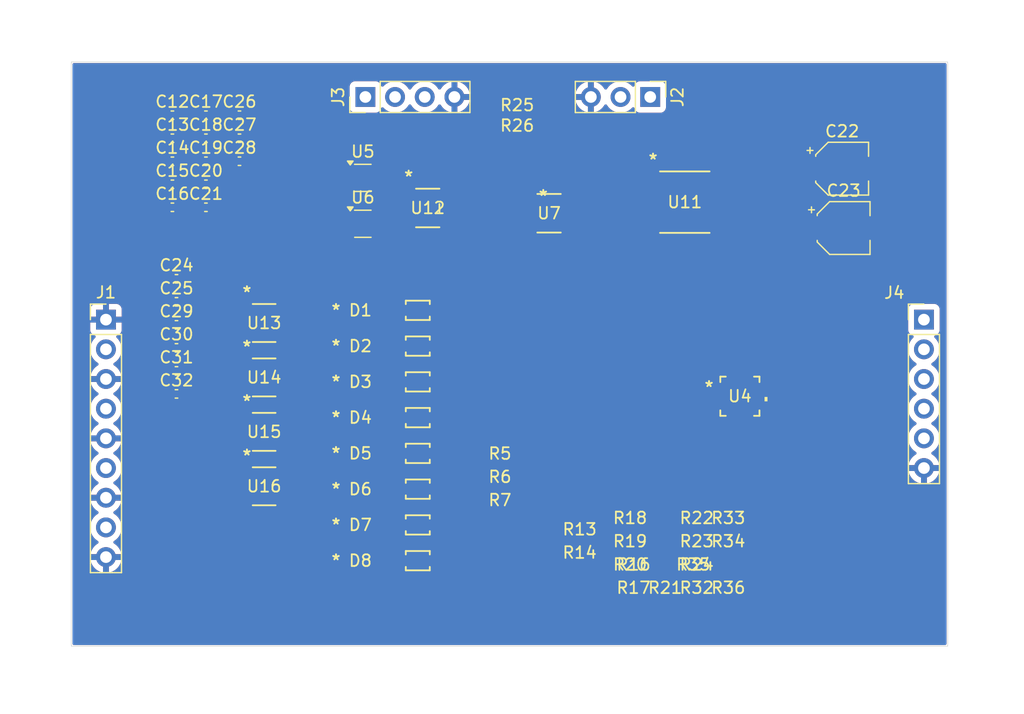
<source format=kicad_pcb>
(kicad_pcb (version 20241229) (generator "pcbnew") (generator_version "9.0")
  (layers (0 "F.Cu" signal) (4 "In1.Cu" signal) (6 "In2.Cu" signal) (2 "B.Cu" signal) (13 "F.Paste" user) (15 "B.Paste" user) (5 "F.SilkS" user "F.Silkscreen") (7 "B.SilkS" user "B.Silkscreen") (1 "F.Mask" user) (3 "B.Mask" user) (25 "Edge.Cuts" user))
  (net 0 "")
  (net 1 "ADC_A0")
  (net 2 "Net-(U13-+)")
  (net 3 "/adc/ADC_REFCAP")
  (net 4 "0")
  (net 5 "/adc/ADC_AINA0")
  (net 6 "/adc/ADC_REGCAP")
  (net 7 "/adc/ADC_REFIO")
  (net 8 "+3V3")
  (net 9 "/adc/ADC_AINA1")
  (net 10 "/adc/ADC_AINB0")
  (net 11 "/adc/ADC_AINB1")
  (net 12 "Net-(U11-CAP)")
  (net 13 "Net-(U11-CAP+)")
  (net 14 "-5V")
  (net 15 "-2V5")
  (net 16 "Net-(U14-+)")
  (net 17 "ADC_A1")
  (net 18 "ADC_B0")
  (net 19 "Net-(U15-+)")
  (net 20 "ADC_B1")
  (net 21 "Net-(U16-+)")
  (net 22 "+5V")
  (net 23 "Net-(U7-FB)")
  (net 24 "Net-(U7-NR)")
  (net 25 "VREF")
  (net 26 "VREF_DIV2")
  (net 27 "ADC_CS")
  (net 28 "ADC_SDOA")
  (net 29 "ADC_SDI")
  (net 30 "ADC_SDOB")
  (net 31 "ADC_SCLK")
  (net 32 "Net-(U4-SDOB{slash}*ALERT)")
  (net 33 "Net-(U4-SDOA)")
  (net 34 "Net-(U5-+)")
  (net 36 "Net-(D1-K)")
  (net 37 "Net-(D3-K)")
  (net 38 "Net-(D4-K)")
  (net 39 "Net-(D5-K)")
  (net 40 "/adc/Vref")
  (net 41 "Net-(J4-Pin_5)")
  (net 42 "Net-(J4-Pin_1)")
  (net 43 "Net-(J4-Pin_4)")
  (footprint "SMD_Passives:YAG_R0201_YAG" (layer "F.Cu") (at 161.2573 127.8932)
    (property "Reference" "R33" (at 0 0 0) (layer "F.SilkS"))
    (property "Value" "10k")
    (pad "1" smd rect (at -0.3175 0) (size 0.4064 0.3302) (layers "F.Cu" "F.Mask" "F.Paste") (net 19 "Net-(U15-+)"))
    (pad "2" smd rect (at 0.3175 0) (size 0.4064 0.3302) (layers "F.Cu" "F.Mask" "F.Paste") (net 15 "-2V5"))
    (zone (net 0) (net_name "") (layer "F.Cu") (connect_pads (clearance 0)) (min_thickness 0.254)
      (keepout (tracks not_allowed) (vias not_allowed) (pads allowed) (copperpour not_allowed) (footprints allowed))
      (fill (thermal_gap 0.508) (thermal_bridge_width 0.508))
      (polygon (pts (xy 161.1938 127.7789) (xy 161.3208 127.7789) (xy 161.3208 128.0075) (xy 161.1938 128.0075)))
    )
  )
  (footprint "OpAmp:RJ_6_ADI" (layer "F.Cu") (at 121.5362 125.1802)
    (property "Reference" "U16" (at 0 0 0) (layer "F.SilkS"))
    (property "Value" "ADA4807-1")
    (fp_text user "*" (at -1.4732 -2.601 0) (layer "F.SilkS"))
    (fp_text user "*" (at -1.4732 -2.601 0) (layer "F.SilkS"))
    (pad "1" smd rect (at -1.2192 -0.950001) (size 1.27 0.508) (layers "F.Cu" "F.Mask" "F.Paste") (net 39 "Net-(D5-K)"))
    (pad "2" smd rect (at -1.2192 0) (size 1.27 0.508) (layers "F.Cu" "F.Mask" "F.Paste") (net 15 "-2V5"))
    (pad "3" smd rect (at -1.2192 0.950001) (size 1.27 0.508) (layers "F.Cu" "F.Mask" "F.Paste") (net 21 "Net-(U16-+)"))
    (pad "4" smd rect (at 1.2192 0.950001) (size 1.27 0.508) (layers "F.Cu" "F.Mask" "F.Paste") (net 39 "Net-(D5-K)"))
    (pad "5" smd rect (at 1.2192 0) (size 1.27 0.508) (layers "F.Cu" "F.Mask" "F.Paste") (net 22 "+5V"))
    (pad "6" smd rect (at 1.2192 -0.950001) (size 1.27 0.508) (layers "F.Cu" "F.Mask" "F.Paste") (net 22 "+5V"))
  )
  (footprint "SMD_Passives:YAG_R0201_YAG_100" (layer "F.Cu") (at 144.7187 126.365)
    (property "Reference" "R7" (at -3 0 0) (layer "F.SilkS"))
    (property "Value" "100")
    (pad "1" smd rect (at -0.3175 0) (size 0.4064 0.3302) (layers "F.Cu" "F.Mask" "F.Paste") (net 29 "ADC_SDI"))
    (pad "2" smd rect (at 0.3175 0) (size 0.4064 0.3302) (layers "F.Cu" "F.Mask" "F.Paste") (net 42 "Net-(J4-Pin_1)"))
    (zone (net 0) (net_name "") (layer "F.Cu") (connect_pads (clearance 0)) (min_thickness 0.254)
      (keepout (tracks not_allowed) (vias not_allowed) (pads allowed) (copperpour not_allowed) (footprints allowed))
      (fill (thermal_gap 0.508) (thermal_bridge_width 0.508))
      (polygon (pts (xy 144.6552 126.2507) (xy 144.7822 126.2507) (xy 144.7822 126.4793) (xy 144.6552 126.4793)))
    )
  )
  (footprint "Capacitor_SMD:C_0402_1005Metric" (layer "F.Cu") (at 119.4262 93.425)
    (property "Reference" "C26" (at 0 -1.16 0) (layer "F.SilkS"))
    (property "Value" ".1u")
    (pad "1" smd roundrect (at -0.48 0) (size 0.56 0.62) (layers "F.Cu" "F.Mask" "F.Paste") (net 17 "ADC_A1"))
    (pad "2" smd roundrect (at 0.48 0) (size 0.56 0.62) (layers "F.Cu" "F.Mask" "F.Paste") (net 16 "Net-(U14-+)"))
  )
  (footprint "SMD_Passives:YAG_R0201_YAG_33" (layer "F.Cu") (at 161.2573 131.8744)
    (property "Reference" "R35" (at -3 0 0) (layer "F.SilkS"))
    (property "Value" "33")
    (pad "1" smd rect (at -0.3175 0) (size 0.4064 0.3302) (layers "F.Cu" "F.Mask" "F.Paste") (net 36 "Net-(D1-K)"))
    (pad "2" smd rect (at 0.3175 0) (size 0.4064 0.3302) (layers "F.Cu" "F.Mask" "F.Paste") (net 5 "/adc/ADC_AINA0"))
    (zone (net 0) (net_name "") (layer "F.Cu") (connect_pads (clearance 0)) (min_thickness 0.254)
      (keepout (tracks not_allowed) (vias not_allowed) (pads allowed) (copperpour not_allowed) (footprints allowed))
      (fill (thermal_gap 0.508) (thermal_bridge_width 0.508))
      (polygon (pts (xy 161.1938 131.7601) (xy 161.3208 131.7601) (xy 161.3208 131.9887) (xy 161.1938 131.9887)))
    )
  )
  (footprint "SMD_SCHOTTKY_DIODE:SOD323_DIO" (layer "F.Cu") (at 134.6862 125.4254)
    (property "Reference" "D6" (at -4.9134 0 0) (layer "F.SilkS"))
    (property "Value" "D_Schottky")
    (fp_text user "*" (at -7 0 0) (layer "F.SilkS"))
    (fp_text user "*" (at -7 0 0) (layer "F.SilkS"))
    (pad "1" smd rect (at -1.15 0) (size 1.1112 0.4008) (layers "F.Cu" "F.Mask" "F.Paste") (net 40 "/adc/Vref"))
    (pad "2" smd rect (at 1.15 0) (size 1.1112 0.4008) (layers "F.Cu" "F.Mask" "F.Paste") (net 37 "Net-(D3-K)"))
  )
  (footprint "SMD_Passives:YAG_R0201_YAG" (layer "F.Cu") (at 158.5555 133.865)
    (property "Reference" "R32" (at 0 0 0) (layer "F.SilkS"))
    (property "Value" "10k")
    (pad "1" smd rect (at -0.3175 0) (size 0.4064 0.3302) (layers "F.Cu" "F.Mask" "F.Paste") (net 21 "Net-(U16-+)"))
    (pad "2" smd rect (at 0.3175 0) (size 0.4064 0.3302) (layers "F.Cu" "F.Mask" "F.Paste") (net 15 "-2V5"))
    (zone (net 0) (net_name "") (layer "F.Cu") (connect_pads (clearance 0)) (min_thickness 0.254)
      (keepout (tracks not_allowed) (vias not_allowed) (pads allowed) (copperpour not_allowed) (footprints allowed))
      (fill (thermal_gap 0.508) (thermal_bridge_width 0.508))
      (polygon (pts (xy 158.492 133.7507) (xy 158.619 133.7507) (xy 158.619 133.9793) (xy 158.492 133.9793)))
    )
  )
  (footprint "Voltage_Regulator:DBV6" (layer "F.Cu") (at 145.9186 101.815001)
    (property "Reference" "U7" (at 0 0 0) (layer "F.SilkS"))
    (property "Value" "TPS79301DBVR")
    (fp_text user "*" (at -0.4953 -1.4478 0) (layer "F.SilkS"))
    (fp_text user "*" (at -0.4953 -1.4478 0) (layer "F.SilkS"))
    (pad "1" smd rect (at -1.1176 -0.950001) (size 1.4732 0.5588) (layers "F.Cu" "F.Mask" "F.Paste") (net 22 "+5V"))
    (pad "2" smd rect (at -1.1176 0) (size 1.4732 0.5588) (layers "F.Cu" "F.Mask" "F.Paste") (net 4 "0"))
    (pad "3" smd rect (at -1.1176 0.950001) (size 1.4732 0.5588) (layers "F.Cu" "F.Mask" "F.Paste") (net 22 "+5V"))
    (pad "4" smd rect (at 1.1176 0.950001) (size 1.4732 0.5588) (layers "F.Cu" "F.Mask" "F.Paste") (net 24 "Net-(U7-NR)"))
    (pad "5" smd rect (at 1.1176 0) (size 1.4732 0.5588) (layers "F.Cu" "F.Mask" "F.Paste") (net 23 "Net-(U7-FB)"))
    (pad "6" smd rect (at 1.1176 -0.950001) (size 1.4732 0.5588) (layers "F.Cu" "F.Mask" "F.Paste") (net 8 "+3V3"))
  )
  (footprint "SMD_Passives:YAG_R0201_YAG" (layer "F.Cu") (at 153.1519 131.8744)
    (property "Reference" "R16" (at 0 0 0) (layer "F.SilkS"))
    (property "Value" "10k")
    (pad "1" smd rect (at -0.3175 0) (size 0.4064 0.3302) (layers "F.Cu" "F.Mask" "F.Paste") (net 7 "/adc/ADC_REFIO"))
    (pad "2" smd rect (at 0.3175 0) (size 0.4064 0.3302) (layers "F.Cu" "F.Mask" "F.Paste") (net 4 "0"))
    (zone (net 0) (net_name "") (layer "F.Cu") (connect_pads (clearance 0)) (min_thickness 0.254)
      (keepout (tracks not_allowed) (vias not_allowed) (pads allowed) (copperpour not_allowed) (footprints allowed))
      (fill (thermal_gap 0.508) (thermal_bridge_width 0.508))
      (polygon (pts (xy 153.0884 131.7601) (xy 153.2154 131.7601) (xy 153.2154 131.9887) (xy 153.0884 131.9887)))
    )
  )
  (footprint "OpAmp:RJ_6_ADI" (layer "F.Cu") (at 121.5362 120.5226)
    (property "Reference" "U15" (at 0 0 0) (layer "F.SilkS"))
    (property "Value" "ADA4807-1")
    (fp_text user "*" (at -1.4732 -2.601 0) (layer "F.SilkS"))
    (fp_text user "*" (at -1.4732 -2.601 0) (layer "F.SilkS"))
    (pad "1" smd rect (at -1.2192 -0.950001) (size 1.27 0.508) (layers "F.Cu" "F.Mask" "F.Paste") (net 38 "Net-(D4-K)"))
    (pad "2" smd rect (at -1.2192 0) (size 1.27 0.508) (layers "F.Cu" "F.Mask" "F.Paste") (net 15 "-2V5"))
    (pad "3" smd rect (at -1.2192 0.950001) (size 1.27 0.508) (layers "F.Cu" "F.Mask" "F.Paste") (net 19 "Net-(U15-+)"))
    (pad "4" smd rect (at 1.2192 0.950001) (size 1.27 0.508) (layers "F.Cu" "F.Mask" "F.Paste") (net 38 "Net-(D4-K)"))
    (pad "5" smd rect (at 1.2192 0) (size 1.27 0.508) (layers "F.Cu" "F.Mask" "F.Paste") (net 22 "+5V"))
    (pad "6" smd rect (at 1.2192 -0.950001) (size 1.27 0.508) (layers "F.Cu" "F.Mask" "F.Paste") (net 22 "+5V"))
  )
  (footprint "Capacitor_SMD:C_0402_1005Metric" (layer "F.Cu") (at 116.5562 95.395)
    (property "Reference" "C18" (at 0 -1.16 0) (layer "F.SilkS"))
    (property "Value" "1u")
    (pad "1" smd roundrect (at -0.48 0) (size 0.56 0.62) (layers "F.Cu" "F.Mask" "F.Paste") (net 8 "+3V3"))
    (pad "2" smd roundrect (at 0.48 0) (size 0.56 0.62) (layers "F.Cu" "F.Mask" "F.Paste") (net 4 "0"))
  )
  (footprint "Capacitor_SMD:C_0402_1005Metric" (layer "F.Cu") (at 114.0362 111.365)
    (property "Reference" "C29" (at 0 -1.16 0) (layer "F.SilkS"))
    (property "Value" "1u")
    (pad "1" smd roundrect (at -0.48 0) (size 0.56 0.62) (layers "F.Cu" "F.Mask" "F.Paste") (net 22 "+5V"))
    (pad "2" smd roundrect (at 0.48 0) (size 0.56 0.62) (layers "F.Cu" "F.Mask" "F.Paste") (net 4 "0"))
  )
  (footprint "SMD_Passives:YAG_R0201_YAG" (layer "F.Cu") (at 161.2573 129.8838)
    (property "Reference" "R34" (at 0 0 0) (layer "F.SilkS"))
    (property "Value" "10k")
    (pad "1" smd rect (at -0.3175 0) (size 0.4064 0.3302) (layers "F.Cu" "F.Mask" "F.Paste") (net 16 "Net-(U14-+)"))
    (pad "2" smd rect (at 0.3175 0) (size 0.4064 0.3302) (layers "F.Cu" "F.Mask" "F.Paste") (net 15 "-2V5"))
    (zone (net 0) (net_name "") (layer "F.Cu") (connect_pads (clearance 0)) (min_thickness 0.254)
      (keepout (tracks not_allowed) (vias not_allowed) (pads allowed) (copperpour not_allowed) (footprints allowed))
      (fill (thermal_gap 0.508) (thermal_bridge_width 0.508))
      (polygon (pts (xy 161.1938 129.7695) (xy 161.3208 129.7695) (xy 161.3208 129.9981) (xy 161.1938 129.9981)))
    )
  )
  (footprint "SMD_SCHOTTKY_DIODE:SOD323_DIO" (layer "F.Cu") (at 134.6862 116.2442)
    (property "Reference" "D3" (at -4.9134 0 0) (layer "F.SilkS"))
    (property "Value" "D_Schottky")
    (fp_text user "*" (at -7 0 0) (layer "F.SilkS"))
    (fp_text user "*" (at -7 0 0) (layer "F.SilkS"))
    (pad "1" smd rect (at -1.15 0) (size 1.1112 0.4008) (layers "F.Cu" "F.Mask" "F.Paste") (net 37 "Net-(D3-K)"))
    (pad "2" smd rect (at 1.15 0) (size 1.1112 0.4008) (layers "F.Cu" "F.Mask" "F.Paste") (net 4 "0"))
  )
  (footprint "Capacitor_SMD:C_0402_1005Metric" (layer "F.Cu") (at 114.0362 115.305)
    (property "Reference" "C31" (at 0 -1.16 0) (layer "F.SilkS"))
    (property "Value" ".01u")
    (pad "1" smd roundrect (at -0.48 0) (size 0.56 0.62) (layers "F.Cu" "F.Mask" "F.Paste") (net 24 "Net-(U7-NR)"))
    (pad "2" smd roundrect (at 0.48 0) (size 0.56 0.62) (layers "F.Cu" "F.Mask" "F.Paste") (net 4 "0"))
  )
  (footprint "LDO_Regulator:UJ-5_ADI" (layer "F.Cu") (at 135.5362 101.365)
    (property "Reference" "U12" (at 0 0 0) (layer "F.SilkS"))
    (property "Value" "ADP7182AUJZ-1.8-R7")
    (fp_text user "*" (at -1.63195 -2.6518 0) (layer "F.SilkS"))
    (fp_text user "*" (at -1.63195 -2.6518 0) (layer "F.SilkS"))
    (pad "1" smd rect (at -1.37795 -0.950001) (size 1.0033 0.5588) (layers "F.Cu" "F.Mask" "F.Paste") (net 4 "0"))
    (pad "2" smd rect (at -1.37795 0) (size 1.0033 0.5588) (layers "F.Cu" "F.Mask" "F.Paste") (net 14 "-5V"))
    (pad "3" smd rect (at -1.37795 0.950001) (size 1.0033 0.5588) (layers "F.Cu" "F.Mask" "F.Paste") (net 14 "-5V"))
    (pad "4" smd rect (at 1.37795 0.950001) (size 1.0033 0.5588) (layers "F.Cu" "F.Mask" "F.Paste"))
    (pad "5" smd rect (at 1.37795 -0.950001) (size 1.0033 0.5588) (layers "F.Cu" "F.Mask" "F.Paste") (net 15 "-2V5"))
  )
  (footprint "Capacitor_SMD:C_0402_1005Metric" (layer "F.Cu") (at 119.4262 95.395)
    (property "Reference" "C27" (at 0 -1.16 0) (layer "F.SilkS"))
    (property "Value" ".1u")
    (pad "1" smd roundrect (at -0.48 0) (size 0.56 0.62) (layers "F.Cu" "F.Mask" "F.Paste") (net 18 "ADC_B0"))
    (pad "2" smd roundrect (at 0.48 0) (size 0.56 0.62) (layers "F.Cu" "F.Mask" "F.Paste") (net 19 "Net-(U15-+)"))
  )
  (footprint "SMD_SCHOTTKY_DIODE:SOD323_DIO" (layer "F.Cu") (at 134.6862 131.5462)
    (property "Reference" "D8" (at -4.9134 0 0) (layer "F.SilkS"))
    (property "Value" "D_Schottky")
    (fp_text user "*" (at -7 0 0) (layer "F.SilkS"))
    (fp_text user "*" (at -7 0 0) (layer "F.SilkS"))
    (pad "1" smd rect (at -1.15 0) (size 1.1112 0.4008) (layers "F.Cu" "F.Mask" "F.Paste") (net 40 "/adc/Vref"))
    (pad "2" smd rect (at 1.15 0) (size 1.1112 0.4008) (layers "F.Cu" "F.Mask" "F.Paste") (net 39 "Net-(D5-K)"))
  )
  (footprint "SMD_Passives:YAG_R0201_YAG" (layer "F.Cu") (at 155.8537 133.865)
    (property "Reference" "R21" (at 0 0 0) (layer "F.SilkS"))
    (property "Value" "10k")
    (pad "1" smd rect (at -0.3175 0) (size 0.4064 0.3302) (layers "F.Cu" "F.Mask" "F.Paste") (net 2 "Net-(U13-+)"))
    (pad "2" smd rect (at 0.3175 0) (size 0.4064 0.3302) (layers "F.Cu" "F.Mask" "F.Paste") (net 15 "-2V5"))
    (zone (net 0) (net_name "") (layer "F.Cu") (connect_pads (clearance 0)) (min_thickness 0.254)
      (keepout (tracks not_allowed) (vias not_allowed) (pads allowed) (copperpour not_allowed) (footprints allowed))
      (fill (thermal_gap 0.508) (thermal_bridge_width 0.508))
      (polygon (pts (xy 155.7902 133.7507) (xy 155.9172 133.7507) (xy 155.9172 133.9793) (xy 155.7902 133.9793)))
    )
  )
  (footprint "Voltage_Converter:R_8_ADI" (layer "F.Cu") (at 157.5362 100.865)
    (property "Reference" "U11" (at 0 0 0) (layer "F.SilkS"))
    (property "Value" "ADM8660ARZ-REEL")
    (fp_text user "*" (at -2.7178 -3.6068 0) (layer "F.SilkS"))
    (fp_text user "*" (at -2.7178 -3.6068 0) (layer "F.SilkS"))
    (pad "1" smd rect (at -2.4638 -1.905) (size 1.9812 0.5588) (layers "F.Cu" "F.Mask" "F.Paste") (net 4 "0"))
    (pad "2" smd rect (at -2.4638 -0.635) (size 1.9812 0.5588) (layers "F.Cu" "F.Mask" "F.Paste") (net 13 "Net-(U11-CAP+)"))
    (pad "3" smd rect (at -2.4638 0.635) (size 1.9812 0.5588) (layers "F.Cu" "F.Mask" "F.Paste") (net 4 "0"))
    (pad "4" smd rect (at -2.4638 1.905) (size 1.9812 0.5588) (layers "F.Cu" "F.Mask" "F.Paste") (net 12 "Net-(U11-CAP)"))
    (pad "5" smd rect (at 2.4638 1.905) (size 1.9812 0.5588) (layers "F.Cu" "F.Mask" "F.Paste") (net 14 "-5V"))
    (pad "6" smd rect (at 2.4638 0.635) (size 1.9812 0.5588) (layers "F.Cu" "F.Mask" "F.Paste") (net 4 "0"))
    (pad "7" smd rect (at 2.4638 -0.635) (size 1.9812 0.5588) (layers "F.Cu" "F.Mask" "F.Paste") (net 4 "0"))
    (pad "8" smd rect (at 2.4638 -1.905) (size 1.9812 0.5588) (layers "F.Cu" "F.Mask" "F.Paste") (net 22 "+5V"))
  )
  (footprint "SMD_Passives:YAG_R0201_YAG_100" (layer "F.Cu") (at 144.7187 122.3838)
    (property "Reference" "R5" (at -3 0 0) (layer "F.SilkS"))
    (property "Value" "100")
    (pad "1" smd rect (at -0.3175 0) (size 0.4064 0.3302) (layers "F.Cu" "F.Mask" "F.Paste") (net 27 "ADC_CS"))
    (pad "2" smd rect (at 0.3175 0) (size 0.4064 0.3302) (layers "F.Cu" "F.Mask" "F.Paste") (net 41 "Net-(J4-Pin_5)"))
    (zone (net 0) (net_name "") (layer "F.Cu") (connect_pads (clearance 0)) (min_thickness 0.254)
      (keepout (tracks not_allowed) (vias not_allowed) (pads allowed) (copperpour not_allowed) (footprints allowed))
      (fill (thermal_gap 0.508) (thermal_bridge_width 0.508))
      (polygon (pts (xy 144.6552 122.2695) (xy 144.7822 122.2695) (xy 144.7822 122.4981) (xy 144.6552 122.4981)))
    )
  )
  (footprint "SMD_SCHOTTKY_DIODE:SOD323_DIO" (layer "F.Cu") (at 134.6862 110.1234)
    (property "Reference" "D1" (at -4.9134 0 0) (layer "F.SilkS"))
    (property "Value" "D_Schottky")
    (fp_text user "*" (at -7 0 0) (layer "F.SilkS"))
    (fp_text user "*" (at -7 0 0) (layer "F.SilkS"))
    (pad "1" smd rect (at -1.15 0) (size 1.1112 0.4008) (layers "F.Cu" "F.Mask" "F.Paste") (net 36 "Net-(D1-K)"))
    (pad "2" smd rect (at 1.15 0) (size 1.1112 0.4008) (layers "F.Cu" "F.Mask" "F.Paste") (net 4 "0"))
  )
  (footprint "Capacitor_SMD:C_0402_1005Metric" (layer "F.Cu") (at 113.6862 95.395)
    (property "Reference" "C13" (at 0 -1.16 0) (layer "F.SilkS"))
    (property "Value" "0.1u")
    (pad "1" smd roundrect (at -0.48 0) (size 0.56 0.62) (layers "F.Cu" "F.Mask" "F.Paste") (net 3 "/adc/ADC_REFCAP"))
    (pad "2" smd roundrect (at 0.48 0) (size 0.56 0.62) (layers "F.Cu" "F.Mask" "F.Paste") (net 4 "0"))
  )
  (footprint "SMD_Passives:YAG_R0201_YAG_33" (layer "F.Cu") (at 155.8537 127.8932)
    (property "Reference" "R18" (at -3 0 0) (layer "F.SilkS"))
    (property "Value" "33")
    (pad "1" smd rect (at -0.3175 0) (size 0.4064 0.3302) (layers "F.Cu" "F.Mask" "F.Paste") (net 37 "Net-(D3-K)"))
    (pad "2" smd rect (at 0.3175 0) (size 0.4064 0.3302) (layers "F.Cu" "F.Mask" "F.Paste") (net 9 "/adc/ADC_AINA1"))
    (zone (net 0) (net_name "") (layer "F.Cu") (connect_pads (clearance 0)) (min_thickness 0.254)
      (keepout (tracks not_allowed) (vias not_allowed) (pads allowed) (copperpour not_allowed) (footprints allowed))
      (fill (thermal_gap 0.508) (thermal_bridge_width 0.508))
      (polygon (pts (xy 155.7902 127.7789) (xy 155.9172 127.7789) (xy 155.9172 128.0075) (xy 155.7902 128.0075)))
    )
  )
  (footprint "Package_TO_SOT_SMD:SOT-353_SC-70-5" (layer "F.Cu") (at 129.9862 98.79)
    (property "Reference" "U5" (at 0 -2.25 0) (layer "F.SilkS"))
    (property "Value" "TLV9001IDCK")
    (pad "1" smd roundrect (at -0.95 -0.65) (size 0.65 0.4) (layers "F.Cu" "F.Mask" "F.Paste") (net 34 "Net-(U5-+)"))
    (pad "2" smd roundrect (at -0.95 0) (size 0.65 0.4) (layers "F.Cu" "F.Mask" "F.Paste") (net 4 "0"))
    (pad "3" smd roundrect (at -0.95 0.65) (size 0.65 0.4) (layers "F.Cu" "F.Mask" "F.Paste") (net 26 "VREF_DIV2"))
    (pad "4" smd roundrect (at 0.95 0.65) (size 0.65 0.4) (layers "F.Cu" "F.Mask" "F.Paste") (net 26 "VREF_DIV2"))
    (pad "5" smd roundrect (at 0.95 -0.65) (size 0.65 0.4) (layers "F.Cu" "F.Mask" "F.Paste") (net 22 "+5V"))
  )
  (footprint "adc:CP-16-45_ADI" (layer "F.Cu") (at 162.249999 117.4732)
    (property "Reference" "U4" (at 0 0 0) (layer "F.SilkS"))
    (property "Value" "AD7387BCPZ-RL7")
    (fp_text user "*" (at -2.6416 -0.75 0) (layer "F.SilkS"))
    (fp_text user "*" (at -2.6416 -0.75 0) (layer "F.SilkS"))
    (pad "1" smd rect (at -1.4732 -0.750001 90) (size 0.254 0.762) (layers "F.Cu" "F.Mask" "F.Paste") (net 4 "0"))
    (pad "2" smd rect (at -1.4732 -0.25 90) (size 0.254 0.762) (layers "F.Cu" "F.Mask" "F.Paste") (net 8 "+3V3"))
    (pad "3" smd rect (at -1.4732 0.25 90) (size 0.254 0.762) (layers "F.Cu" "F.Mask" "F.Paste") (net 6 "/adc/ADC_REGCAP"))
    (pad "4" smd rect (at -1.4732 0.750001 90) (size 0.254 0.762) (layers "F.Cu" "F.Mask" "F.Paste") (net 8 "+3V3"))
    (pad "5" smd rect (at -0.750001 1.4732) (size 0.254 0.762) (layers "F.Cu" "F.Mask" "F.Paste") (net 11 "/adc/ADC_AINB1"))
    (pad "6" smd rect (at -0.25 1.4732) (size 0.254 0.762) (layers "F.Cu" "F.Mask" "F.Paste") (net 10 "/adc/ADC_AINB0"))
    (pad "7" smd rect (at 0.25 1.4732) (size 0.254 0.762) (layers "F.Cu" "F.Mask" "F.Paste") (net 9 "/adc/ADC_AINA1"))
    (pad "8" smd rect (at 0.750001 1.4732) (size 0.254 0.762) (layers "F.Cu" "F.Mask" "F.Paste") (net 5 "/adc/ADC_AINA0"))
    (pad "9" smd rect (at 1.4732 0.750001 90) (size 0.254 0.762) (layers "F.Cu" "F.Mask" "F.Paste") (net 3 "/adc/ADC_REFCAP"))
    (pad "10" smd rect (at 1.4732 0.25 90) (size 0.254 0.762) (layers "F.Cu" "F.Mask" "F.Paste") (net 4 "0"))
    (pad "11" smd rect (at 1.4732 -0.25 90) (size 0.254 0.762) (layers "F.Cu" "F.Mask" "F.Paste") (net 7 "/adc/ADC_REFIO"))
    (pad "12" smd rect (at 1.4732 -0.750001 90) (size 0.254 0.762) (layers "F.Cu" "F.Mask" "F.Paste") (net 27 "ADC_CS"))
    (pad "13" smd rect (at 0.750001 -1.4732) (size 0.254 0.762) (layers "F.Cu" "F.Mask" "F.Paste") (net 33 "Net-(U4-SDOA)"))
    (pad "14" smd rect (at 0.25 -1.4732) (size 0.254 0.762) (layers "F.Cu" "F.Mask" "F.Paste") (net 32 "Net-(U4-SDOB{slash}*ALERT)"))
    (pad "15" smd rect (at -0.25 -1.4732) (size 0.254 0.762) (layers "F.Cu" "F.Mask" "F.Paste") (net 29 "ADC_SDI"))
    (pad "16" smd rect (at -0.750001 -1.4732) (size 0.254 0.762) (layers "F.Cu" "F.Mask" "F.Paste") (net 31 "ADC_SCLK"))
    (pad "17" smd rect (at 0 0) (size 1.1938 1.1938) (layers "F.Cu" "F.Mask" "F.Paste") (net 4 "0"))
  )
  (footprint "Capacitor_SMD:C_0402_1005Metric" (layer "F.Cu") (at 114.0362 107.425)
    (property "Reference" "C24" (at 0 -1.16 0) (layer "F.SilkS"))
    (property "Value" "2.2u")
    (pad "1" smd roundrect (at -0.48 0) (size 0.56 0.62) (layers "F.Cu" "F.Mask" "F.Paste") (net 14 "-5V"))
    (pad "2" smd roundrect (at 0.48 0) (size 0.56 0.62) (layers "F.Cu" "F.Mask" "F.Paste") (net 4 "0"))
  )
  (footprint "Capacitor_SMD:C_0402_1005Metric" (layer "F.Cu") (at 116.5562 93.425)
    (property "Reference" "C17" (at 0 -1.16 0) (layer "F.SilkS"))
    (property "Value" "1u")
    (pad "1" smd roundrect (at -0.48 0) (size 0.56 0.62) (layers "F.Cu" "F.Mask" "F.Paste") (net 8 "+3V3"))
    (pad "2" smd roundrect (at 0.48 0) (size 0.56 0.62) (layers "F.Cu" "F.Mask" "F.Paste") (net 4 "0"))
  )
  (footprint "Capacitor_SMD:CP_Elec_4x5.8" (layer "F.Cu") (at 171.127 103.08)
    (property "Reference" "C23" (at 0 -3.2 0) (layer "F.SilkS"))
    (property "Value" "10u")
    (pad "1" smd roundrect (at -1.8 0) (size 2.6 1.6) (layers "F.Cu" "F.Mask" "F.Paste") (roundrect_rratio 0.15625) (net 4 "0"))
    (pad "2" smd roundrect (at 1.8 0) (size 2.6 1.6) (layers "F.Cu" "F.Mask" "F.Paste") (roundrect_rratio 0.15625) (net 14 "-5V"))
  )
  (footprint "Resistor_SMD:R_0201_0603Metric" (layer "F.Cu") (at 143.1912 93.615)
    (property "Reference" "R25" (at 0 -1.05 0) (layer "F.SilkS"))
    (property "Value" "51k")
    (pad "1" smd roundrect (at -0.32 0) (size 0.46 0.4) (layers "F.Cu" "F.Mask") (net 8 "+3V3"))
    (pad "2" smd roundrect (at 0.32 0) (size 0.46 0.4) (layers "F.Cu" "F.Mask") (net 23 "Net-(U7-FB)"))
  )
  (footprint "SMD_Passives:YAG_R0201_YAG_100" (layer "F.Cu") (at 144.7187 124.3744)
    (property "Reference" "R6" (at -3 0 0) (layer "F.SilkS"))
    (property "Value" "100")
    (pad "1" smd rect (at -0.3175 0) (size 0.4064 0.3302) (layers "F.Cu" "F.Mask" "F.Paste") (net 31 "ADC_SCLK"))
    (pad "2" smd rect (at 0.3175 0) (size 0.4064 0.3302) (layers "F.Cu" "F.Mask" "F.Paste") (net 43 "Net-(J4-Pin_4)"))
    (zone (net 0) (net_name "") (layer "F.Cu") (connect_pads (clearance 0)) (min_thickness 0.254)
      (keepout (tracks not_allowed) (vias not_allowed) (pads allowed) (copperpour not_allowed) (footprints allowed))
      (fill (thermal_gap 0.508) (thermal_bridge_width 0.508))
      (polygon (pts (xy 144.6552 124.2601) (xy 144.7822 124.2601) (xy 144.7822 124.4887) (xy 144.6552 124.4887)))
    )
  )
  (footprint "Capacitor_SMD:C_0402_1005Metric" (layer "F.Cu") (at 113.6862 93.425)
    (property "Reference" "C12" (at 0 -1.16 0) (layer "F.SilkS"))
    (property "Value" ".1u")
    (pad "1" smd roundrect (at -0.48 0) (size 0.56 0.62) (layers "F.Cu" "F.Mask" "F.Paste") (net 1 "ADC_A0"))
    (pad "2" smd roundrect (at 0.48 0) (size 0.56 0.62) (layers "F.Cu" "F.Mask" "F.Paste") (net 2 "Net-(U13-+)"))
  )
  (footprint "Capacitor_SMD:C_0402_1005Metric" (layer "F.Cu") (at 114.0362 117.275)
    (property "Reference" "C32" (at 0 -1.16 0) (layer "F.SilkS"))
    (property "Value" "2.2u")
    (pad "1" smd roundrect (at -0.48 0) (size 0.56 0.62) (layers "F.Cu" "F.Mask" "F.Paste") (net 8 "+3V3"))
    (pad "2" smd roundrect (at 0.48 0) (size 0.56 0.62) (layers "F.Cu" "F.Mask" "F.Paste") (net 4 "0"))
  )
  (footprint "Capacitor_SMD:C_0402_1005Metric" (layer "F.Cu") (at 114.0362 113.335)
    (property "Reference" "C30" (at 0 -1.16 0) (layer "F.SilkS"))
    (property "Value" "15p")
    (pad "1" smd roundrect (at -0.48 0) (size 0.56 0.62) (layers "F.Cu" "F.Mask" "F.Paste") (net 8 "+3V3"))
    (pad "2" smd roundrect (at 0.48 0) (size 0.56 0.62) (layers "F.Cu" "F.Mask" "F.Paste") (net 23 "Net-(U7-FB)"))
  )
  (footprint "SMD_SCHOTTKY_DIODE:SOD323_DIO" (layer "F.Cu") (at 134.6862 128.4858)
    (property "Reference" "D7" (at -4.9134 0 0) (layer "F.SilkS"))
    (property "Value" "D_Schottky")
    (fp_text user "*" (at -7 0 0) (layer "F.SilkS"))
    (fp_text user "*" (at -7 0 0) (layer "F.SilkS"))
    (pad "1" smd rect (at -1.15 0) (size 1.1112 0.4008) (layers "F.Cu" "F.Mask" "F.Paste") (net 40 "/adc/Vref"))
    (pad "2" smd rect (at 1.15 0) (size 1.1112 0.4008) (layers "F.Cu" "F.Mask" "F.Paste") (net 38 "Net-(D4-K)"))
  )
  (footprint "Capacitor_SMD:CP_Elec_4x5.8" (layer "F.Cu") (at 171 98)
    (property "Reference" "C22" (at 0 -3.2 0) (layer "F.SilkS"))
    (property "Value" "10u")
    (pad "1" smd roundrect (at -1.8 0) (size 2.6 1.6) (layers "F.Cu" "F.Mask" "F.Paste") (roundrect_rratio 0.15625) (net 13 "Net-(U11-CAP+)"))
    (pad "2" smd roundrect (at 1.8 0) (size 2.6 1.6) (layers "F.Cu" "F.Mask" "F.Paste") (roundrect_rratio 0.15625) (net 12 "Net-(U11-CAP)"))
  )
  (footprint "SMD_Passives:YAG_R0201_YAG_33" (layer "F.Cu") (at 155.8537 131.8744)
    (property "Reference" "R20" (at -3 0 0) (layer "F.SilkS"))
    (property "Value" "33")
    (pad "1" smd rect (at -0.3175 0) (size 0.4064 0.3302) (layers "F.Cu" "F.Mask" "F.Paste") (net 39 "Net-(D5-K)"))
    (pad "2" smd rect (at 0.3175 0) (size 0.4064 0.3302) (layers "F.Cu" "F.Mask" "F.Paste") (net 11 "/adc/ADC_AINB1"))
    (zone (net 0) (net_name "") (layer "F.Cu") (connect_pads (clearance 0)) (min_thickness 0.254)
      (keepout (tracks not_allowed) (vias not_allowed) (pads allowed) (copperpour not_allowed) (footprints allowed))
      (fill (thermal_gap 0.508) (thermal_bridge_width 0.508))
      (polygon (pts (xy 155.7902 131.7601) (xy 155.9172 131.7601) (xy 155.9172 131.9887) (xy 155.7902 131.9887)))
    )
  )
  (footprint "SMD_Passives:YAG_R0201_YAG_100" (layer "F.Cu") (at 153.1519 129.8838)
    (property "Reference" "R14" (at -4.6157 0.9718 0) (layer "F.SilkS"))
    (property "Value" "100")
    (pad "1" smd rect (at -0.3175 0) (size 0.4064 0.3302) (layers "F.Cu" "F.Mask" "F.Paste") (net 33 "Net-(U4-SDOA)"))
    (pad "2" smd rect (at 0.3175 0) (size 0.4064 0.3302) (layers "F.Cu" "F.Mask" "F.Paste") (net 28 "ADC_SDOA"))
    (zone (net 0) (net_name "") (layer "F.Cu") (connect_pads (clearance 0)) (min_thickness 0.254)
      (keepout (tracks not_allowed) (vias not_allowed) (pads allowed) (copperpour not_allowed) (footprints allowed))
      (fill (thermal_gap 0.508) (thermal_bridge_width 0.508))
      (polygon (pts (xy 153.0884 129.7695) (xy 153.2154 129.7695) (xy 153.2154 129.9981) (xy 153.0884 129.9981)))
    )
  )
  (footprint "SMD_SCHOTTKY_DIODE:SOD323_DIO" (layer "F.Cu") (at 134.6862 119.3046)
    (property "Reference" "D4" (at -4.9134 0 0) (layer "F.SilkS"))
    (property "Value" "D_Schottky")
    (fp_text user "*" (at -7 0 0) (layer "F.SilkS"))
    (fp_text user "*" (at -7 0 0) (layer "F.SilkS"))
    (pad "1" smd rect (at -1.15 0) (size 1.1112 0.4008) (layers "F.Cu" "F.Mask" "F.Paste") (net 38 "Net-(D4-K)"))
    (pad "2" smd rect (at 1.15 0) (size 1.1112 0.4008) (layers "F.Cu" "F.Mask" "F.Paste") (net 4 "0"))
  )
  (footprint "Capacitor_SMD:C_0402_1005Metric" (layer "F.Cu") (at 113.6862 99.335)
    (property "Reference" "C15" (at 0 -1.16 0) (layer "F.SilkS"))
    (property "Value" "1u")
    (pad "1" smd roundrect (at -0.48 0) (size 0.56 0.62) (layers "F.Cu" "F.Mask" "F.Paste") (net 6 "/adc/ADC_REGCAP"))
    (pad "2" smd roundrect (at 0.48 0) (size 0.56 0.62) (layers "F.Cu" "F.Mask" "F.Paste") (net 4 "0"))
  )
  (footprint "Capacitor_SMD:C_0402_1005Metric" (layer "F.Cu") (at 114.0362 109.395)
    (property "Reference" "C25" (at 0 -1.16 0) (layer "F.SilkS"))
    (property "Value" "2.2u")
    (pad "1" smd roundrect (at -0.48 0) (size 0.56 0.62) (layers "F.Cu" "F.Mask" "F.Paste") (net 15 "-2V5"))
    (pad "2" smd roundrect (at 0.48 0) (size 0.56 0.62) (layers "F.Cu" "F.Mask" "F.Paste") (net 4 "0"))
  )
  (footprint "SMD_Passives:YAG_R0201_YAG" (layer "F.Cu") (at 158.5555 131.8744)
    (property "Reference" "R24" (at 0 0 0) (layer "F.SilkS"))
    (property "Value" "10k")
    (pad "1" smd rect (at -0.3175 0) (size 0.4064 0.3302) (layers "F.Cu" "F.Mask" "F.Paste") (net 22 "+5V"))
    (pad "2" smd rect (at 0.3175 0) (size 0.4064 0.3302) (layers "F.Cu" "F.Mask" "F.Paste") (net 21 "Net-(U16-+)"))
    (zone (net 0) (net_name "") (layer "F.Cu") (connect_pads (clearance 0)) (min_thickness 0.254)
      (keepout (tracks not_allowed) (vias not_allowed) (pads allowed) (copperpour not_allowed) (footprints allowed))
      (fill (thermal_gap 0.508) (thermal_bridge_width 0.508))
      (polygon (pts (xy 158.492 131.7601) (xy 158.619 131.7601) (xy 158.619 131.9887) (xy 158.492 131.9887)))
    )
  )
  (footprint "SMD_SCHOTTKY_DIODE:SOD323_DIO" (layer "F.Cu") (at 134.6862 113.1838)
    (property "Reference" "D2" (at -4.9134 0 0) (layer "F.SilkS"))
    (property "Value" "D_Schottky")
    (fp_text user "*" (at -7 0 0) (layer "F.SilkS"))
    (fp_text user "*" (at -7 0 0) (layer "F.SilkS"))
    (pad "1" smd rect (at -1.15 0) (size 1.1112 0.4008) (layers "F.Cu" "F.Mask" "F.Paste") (net 40 "/adc/Vref"))
    (pad "2" smd rect (at 1.15 0) (size 1.1112 0.4008) (layers "F.Cu" "F.Mask" "F.Paste") (net 36 "Net-(D1-K)"))
  )
  (footprint "Package_TO_SOT_SMD:SOT-353_SC-70-5" (layer "F.Cu") (at 129.9862 102.715)
    (property "Reference" "U6" (at 0 -2.25 0) (layer "F.SilkS"))
    (property "Value" "TLV9001IDCK")
    (pad "1" smd roundrect (at -0.95 -0.65) (size 0.65 0.4) (layers "F.Cu" "F.Mask" "F.Paste") (net 7 "/adc/ADC_REFIO"))
    (pad "2" smd roundrect (at -0.95 0) (size 0.65 0.4) (layers "F.Cu" "F.Mask" "F.Paste") (net 4 "0"))
    (pad "3" smd roundrect (at -0.95 0.65) (size 0.65 0.4) (layers "F.Cu" "F.Mask" "F.Paste") (net 25 "VREF"))
    (pad "4" smd roundrect (at 0.95 0.65) (size 0.65 0.4) (layers "F.Cu" "F.Mask" "F.Paste") (net 25 "VREF"))
    (pad "5" smd roundrect (at 0.95 -0.65) (size 0.65 0.4) (layers "F.Cu" "F.Mask" "F.Paste") (net 22 "+5V"))
  )
  (footprint "Connector_PinHeader_2.54mm:PinHeader_1x04_P2.54mm_Vertical" (layer "F.Cu") (at 130.2 91.865 90)
    (property "Reference" "J3" (at 0 -2.33 90) (layer "F.SilkS"))
    (property "Value" "Conn_01x04")
    (pad "1" thru_hole rect (at 0 0 90) (size 1.7 1.7) (drill 1) (layers "*.Cu" "*.Mask") (net 25 "VREF"))
    (pad "2" thru_hole oval (at 0 2.54 90) (size 1.7 1.7) (drill 1) (layers "*.Cu" "*.Mask") (net 26 "VREF_DIV2"))
    (pad "3" thru_hole oval (at 0 5.08 90) (size 1.7 1.7) (drill 1) (layers "*.Cu" "*.Mask") (net 15 "-2V5"))
    (pad "4" thru_hole oval (at 0 7.62 90) (size 1.7 1.7) (drill 1) (layers "*.Cu" "*.Mask") (net 4 "0"))
  )
  (footprint "OpAmp:RJ_6_ADI" (layer "F.Cu") (at 121.5362 111.2074)
    (property "Reference" "U13" (at 0 0 0) (layer "F.SilkS"))
    (property "Value" "ADA4807-1")
    (fp_text user "*" (at -1.4732 -2.601 0) (layer "F.SilkS"))
    (fp_text user "*" (at -1.4732 -2.601 0) (layer "F.SilkS"))
    (pad "1" smd rect (at -1.2192 -0.950001) (size 1.27 0.508) (layers "F.Cu" "F.Mask" "F.Paste") (net 36 "Net-(D1-K)"))
    (pad "2" smd rect (at -1.2192 0) (size 1.27 0.508) (layers "F.Cu" "F.Mask" "F.Paste") (net 15 "-2V5"))
    (pad "3" smd rect (at -1.2192 0.950001) (size 1.27 0.508) (layers "F.Cu" "F.Mask" "F.Paste") (net 2 "Net-(U13-+)"))
    (pad "4" smd rect (at 1.2192 0.950001) (size 1.27 0.508) (layers "F.Cu" "F.Mask" "F.Paste") (net 36 "Net-(D1-K)"))
    (pad "5" smd rect (at 1.2192 0) (size 1.27 0.508) (layers "F.Cu" "F.Mask" "F.Paste") (net 22 "+5V"))
    (pad "6" smd rect (at 1.2192 -0.950001) (size 1.27 0.508) (layers "F.Cu" "F.Mask" "F.Paste") (net 22 "+5V"))
  )
  (footprint "OpAmp:RJ_6_ADI" (layer "F.Cu") (at 121.5362 115.865)
    (property "Reference" "U14" (at 0 0 0) (layer "F.SilkS"))
    (property "Value" "ADA4807-1")
    (fp_text user "*" (at -1.4732 -2.601 0) (layer "F.SilkS"))
    (fp_text user "*" (at -1.4732 -2.601 0) (layer "F.SilkS"))
    (pad "1" smd rect (at -1.2192 -0.950001) (size 1.27 0.508) (layers "F.Cu" "F.Mask" "F.Paste") (net 37 "Net-(D3-K)"))
    (pad "2" smd rect (at -1.2192 0) (size 1.27 0.508) (layers "F.Cu" "F.Mask" "F.Paste") (net 15 "-2V5"))
    (pad "3" smd rect (at -1.2192 0.950001) (size 1.27 0.508) (layers "F.Cu" "F.Mask" "F.Paste") (net 16 "Net-(U14-+)"))
    (pad "4" smd rect (at 1.2192 0.950001) (size 1.27 0.508) (layers "F.Cu" "F.Mask" "F.Paste") (net 37 "Net-(D3-K)"))
    (pad "5" smd rect (at 1.2192 0) (size 1.27 0.508) (layers "F.Cu" "F.Mask" "F.Paste") (net 22 "+5V"))
    (pad "6" smd rect (at 1.2192 -0.950001) (size 1.27 0.508) (layers "F.Cu" "F.Mask" "F.Paste") (net 22 "+5V"))
  )
  (footprint "SMD_SCHOTTKY_DIODE:SOD323_DIO" (layer "F.Cu") (at 134.6862 122.365)
    (property "Reference" "D5" (at -4.9134 0 0) (layer "F.SilkS"))
    (property "Value" "D_Schottky")
    (fp_text user "*" (at -7 0 0) (layer "F.SilkS"))
    (fp_text user "*" (at -7 0 0) (layer "F.SilkS"))
    (pad "1" smd rect (at -1.15 0) (size 1.1112 0.4008) (layers "F.Cu" "F.Mask" "F.Paste") (net 39 "Net-(D5-K)"))
    (pad "2" smd rect (at 1.15 0) (size 1.1112 0.4008) (layers "F.Cu" "F.Mask" "F.Paste") (net 4 "0"))
  )
  (footprint "Capacitor_SMD:C_0402_1005Metric" (layer "F.Cu") (at 116.5562 99.335)
    (property "Reference" "C20" (at 0 -1.16 0) (layer "F.SilkS"))
    (property "Value" "330p")
    (pad "1" smd roundrect (at -0.48 0) (size 0.56 0.62) (layers "F.Cu" "F.Mask" "F.Paste") (net 10 "/adc/ADC_AINB0"))
    (pad "2" smd roundrect (at 0.48 0) (size 0.56 0.62) (layers "F.Cu" "F.Mask" "F.Paste") (net 4 "0"))
  )
  (footprint "SMD_Passives:YAG_R0201_YAG_33" (layer "F.Cu") (at 155.8537 129.8838)
    (property "Reference" "R19" (at -3 0 0) (layer "F.SilkS"))
    (property "Value" "33")
    (pad "1" smd rect (at -0.3175 0) (size 0.4064 0.3302) (layers "F.Cu" "F.Mask" "F.Paste") (net 38 "Net-(D4-K)"))
    (pad "2" smd rect (at 0.3175 0) (size 0.4064 0.3302) (layers "F.Cu" "F.Mask" "F.Paste") (net 10 "/adc/ADC_AINB0"))
    (zone (net 0) (net_name "") (layer "F.Cu") (connect_pads (clearance 0)) (min_thickness 0.254)
      (keepout (tracks not_allowed) (vias not_allowed) (pads allowed) (copperpour not_allowed) (footprints allowed))
      (fill (thermal_gap 0.508) (thermal_bridge_width 0.508))
      (polygon (pts (xy 155.7902 129.7695) (xy 155.9172 129.7695) (xy 155.9172 129.9981) (xy 155.7902 129.9981)))
    )
  )
  (footprint "SMD_Passives:YAG_R0201_YAG" (layer "F.Cu") (at 153.1519 133.865)
    (property "Reference" "R17" (at 0 0 0) (layer "F.SilkS"))
    (property "Value" "10k")
    (pad "1" smd rect (at -0.3175 0) (size 0.4064 0.3302) (layers "F.Cu" "F.Mask" "F.Paste") (net 7 "/adc/ADC_REFIO"))
    (pad "2" smd rect (at 0.3175 0) (size 0.4064 0.3302) (layers "F.Cu" "F.Mask" "F.Paste") (net 34 "Net-(U5-+)"))
    (zone (net 0) (net_name "") (layer "F.Cu") (connect_pads (clearance 0)) (min_thickness 0.254)
      (keepout (tracks not_allowed) (vias not_allowed) (pads allowed) (copperpour not_allowed) (footprints allowed))
      (fill (thermal_gap 0.508) (thermal_bridge_width 0.508))
      (polygon (pts (xy 153.0884 133.7507) (xy 153.2154 133.7507) (xy 153.2154 133.9793) (xy 153.0884 133.9793)))
    )
  )
  (footprint "SMD_Passives:YAG_R0201_YAG_100" (layer "F.Cu") (at 153.1519 127.8932)
    (property "Reference" "R13" (at -4.6157 0.9718 0) (layer "F.SilkS"))
    (property "Value" "100")
    (pad "1" smd rect (at -0.3175 0) (size 0.4064 0.3302) (layers "F.Cu" "F.Mask" "F.Paste") (net 32 "Net-(U4-SDOB{slash}*ALERT)"))
    (pad "2" smd rect (at 0.3175 0) (size 0.4064 0.3302) (layers "F.Cu" "F.Mask" "F.Paste") (net 30 "ADC_SDOB"))
    (zone (net 0) (net_name "") (layer "F.Cu") (connect_pads (clearance 0)) (min_thickness 0.254)
      (keepout (tracks not_allowed) (vias not_allowed) (pads allowed) (copperpour not_allowed) (footprints allowed))
      (fill (thermal_gap 0.508) (thermal_bridge_width 0.508))
      (polygon (pts (xy 153.0884 127.7789) (xy 153.2154 127.7789) (xy 153.2154 128.0075) (xy 153.0884 128.0075)))
    )
  )
  (footprint "Connector_PinHeader_2.54mm:PinHeader_1x06_P2.54mm_Vertical" (layer "F.Cu") (at 178 110.92)
    (property "Reference" "J4" (at -2.5362 -2.3 0) (layer "F.SilkS"))
    (property "Value" "Conn_01x06")
    (pad "1" thru_hole rect (at 0 0) (size 1.7 1.7) (drill 1) (layers "*.Cu" "*.Mask") (net 42 "Net-(J4-Pin_1)"))
    (pad "2" thru_hole oval (at 0 2.54) (size 1.7 1.7) (drill 1) (layers "*.Cu" "*.Mask") (net 28 "ADC_SDOA"))
    (pad "3" thru_hole oval (at 0 5.08) (size 1.7 1.7) (drill 1) (layers "*.Cu" "*.Mask") (net 30 "ADC_SDOB"))
    (pad "4" thru_hole oval (at 0 7.62) (size 1.7 1.7) (drill 1) (layers "*.Cu" "*.Mask") (net 43 "Net-(J4-Pin_4)"))
    (pad "5" thru_hole oval (at 0 10.16) (size 1.7 1.7) (drill 1) (layers "*.Cu" "*.Mask") (net 41 "Net-(J4-Pin_5)"))
    (pad "6" thru_hole oval (at 0 12.7) (size 1.7 1.7) (drill 1) (layers "*.Cu" "*.Mask") (net 4 "0"))
  )
  (footprint "SMD_Passives:YAG_R0201_YAG" (layer "F.Cu") (at 158.5555 129.8838)
    (property "Reference" "R23" (at 0 0 0) (layer "F.SilkS"))
    (property "Value" "10k")
    (pad "1" smd rect (at -0.3175 0) (size 0.4064 0.3302) (layers "F.Cu" "F.Mask" "F.Paste") (net 22 "+5V"))
    (pad "2" smd rect (at 0.3175 0) (size 0.4064 0.3302) (layers "F.Cu" "F.Mask" "F.Paste") (net 19 "Net-(U15-+)"))
    (zone (net 0) (net_name "") (layer "F.Cu") (connect_pads (clearance 0)) (min_thickness 0.254)
      (keepout (tracks not_allowed) (vias not_allowed) (pads allowed) (copperpour not_allowed) (footprints allowed))
      (fill (thermal_gap 0.508) (thermal_bridge_width 0.508))
      (polygon (pts (xy 158.492 129.7695) (xy 158.619 129.7695) (xy 158.619 129.9981) (xy 158.492 129.9981)))
    )
  )
  (footprint "Connector_PinHeader_2.54mm:PinHeader_1x03_P2.54mm_Vertical" (layer "F.Cu") (at 154.5762 91.865 -90)
    (property "Reference" "J2" (at 0 -2.33 90) (layer "F.SilkS"))
    (property "Value" "Conn_01x03")
    (pad "1" thru_hole rect (at 0 0 270) (size 1.7 1.7) (drill 1) (layers "*.Cu" "*.Mask") (net 22 "+5V"))
    (pad "2" thru_hole oval (at 0 2.54 270) (size 1.7 1.7) (drill 1) (layers "*.Cu" "*.Mask") (net 8 "+3V3"))
    (pad "3" thru_hole oval (at 0 5.08 270) (size 1.7 1.7) (drill 1) (layers "*.Cu" "*.Mask") (net 4 "0"))
  )
  (footprint "Capacitor_SMD:C_0402_1005Metric" (layer "F.Cu") (at 113.6862 101.305)
    (property "Reference" "C16" (at 0 -1.16 0) (layer "F.SilkS"))
    (property "Value" "1u")
    (pad "1" smd roundrect (at -0.48 0) (size 0.56 0.62) (layers "F.Cu" "F.Mask" "F.Paste") (net 7 "/adc/ADC_REFIO"))
    (pad "2" smd roundrect (at 0.48 0) (size 0.56 0.62) (layers "F.Cu" "F.Mask" "F.Paste") (net 4 "0"))
  )
  (footprint "Capacitor_SMD:C_0402_1005Metric" (layer "F.Cu") (at 119.4262 97.365)
    (property "Reference" "C28" (at 0 -1.16 0) (layer "F.SilkS"))
    (property "Value" ".1u")
    (pad "1" smd roundrect (at -0.48 0) (size 0.56 0.62) (layers "F.Cu" "F.Mask" "F.Paste") (net 20 "ADC_B1"))
    (pad "2" smd roundrect (at 0.48 0) (size 0.56 0.62) (layers "F.Cu" "F.Mask" "F.Paste") (net 21 "Net-(U16-+)"))
  )
  (footprint "SMD_Passives:YAG_R0201_YAG" (layer "F.Cu") (at 158.5555 127.8932)
    (property "Reference" "R22" (at 0 0 0) (layer "F.SilkS"))
    (property "Value" "10k")
    (pad "1" smd rect (at -0.3175 0) (size 0.4064 0.3302) (layers "F.Cu" "F.Mask" "F.Paste") (net 22 "+5V"))
    (pad "2" smd rect (at 0.3175 0) (size 0.4064 0.3302) (layers "F.Cu" "F.Mask" "F.Paste") (net 16 "Net-(U14-+)"))
    (zone (net 0) (net_name "") (layer "F.Cu") (connect_pads (clearance 0)) (min_thickness 0.254)
      (keepout (tracks not_allowed) (vias not_allowed) (pads allowed) (copperpour not_allowed) (footprints allowed))
      (fill (thermal_gap 0.508) (thermal_bridge_width 0.508))
      (polygon (pts (xy 158.492 127.7789) (xy 158.619 127.7789) (xy 158.619 128.0075) (xy 158.492 128.0075)))
    )
  )
  (footprint "Capacitor_SMD:C_0402_1005Metric" (layer "F.Cu") (at 113.6862 97.365)
    (property "Reference" "C14" (at 0 -1.16 0) (layer "F.SilkS"))
    (property "Value" "330p")
    (pad "1" smd roundrect (at -0.48 0) (size 0.56 0.62) (layers "F.Cu" "F.Mask" "F.Paste") (net 5 "/adc/ADC_AINA0"))
    (pad "2" smd roundrect (at 0.48 0) (size 0.56 0.62) (layers "F.Cu" "F.Mask" "F.Paste") (net 4 "0"))
  )
  (footprint "Capacitor_SMD:C_0402_1005Metric" (layer "F.Cu") (at 116.5562 101.305)
    (property "Reference" "C21" (at 0 -1.16 0) (layer "F.SilkS"))
    (property "Value" "330p")
    (pad "1" smd roundrect (at -0.48 0) (size 0.56 0.62) (layers "F.Cu" "F.Mask" "F.Paste") (net 11 "/adc/ADC_AINB1"))
    (pad "2" smd roundrect (at 0.48 0) (size 0.56 0.62) (layers "F.Cu" "F.Mask" "F.Paste") (net 4 "0"))
  )
  (footprint "Resistor_SMD:R_0201_0603Metric" (layer "F.Cu") (at 143.1912 95.365)
    (property "Reference" "R26" (at 0 -1.05 0) (layer "F.SilkS"))
    (property "Value" "30.1k")
    (pad "1" smd roundrect (at -0.32 0) (size 0.46 0.4) (layers "F.Cu" "F.Mask") (net 23 "Net-(U7-FB)"))
    (pad "2" smd roundrect (at 0.32 0) (size 0.46 0.4) (layers "F.Cu" "F.Mask") (net 4 "0"))
  )
  (footprint "Capacitor_SMD:C_0402_1005Metric" (layer "F.Cu") (at 116.5562 97.365)
    (property "Reference" "C19" (at 0 -1.16 0) (layer "F.SilkS"))
    (property "Value" "330p")
    (pad "1" smd roundrect (at -0.48 0) (size 0.56 0.62) (layers "F.Cu" "F.Mask" "F.Paste") (net 9 "/adc/ADC_AINA1"))
    (pad "2" smd roundrect (at 0.48 0) (size 0.56 0.62) (layers "F.Cu" "F.Mask" "F.Paste") (net 4 "0"))
  )
  (footprint "SMD_Passives:YAG_R0201_YAG" (layer "F.Cu") (at 161.2573 133.865)
    (property "Reference" "R36" (at 0 0 0) (layer "F.SilkS"))
    (property "Value" "10k")
    (pad "1" smd rect (at -0.3175 0) (size 0.4064 0.3302) (layers "F.Cu" "F.Mask" "F.Paste") (net 22 "+5V"))
    (pad "2" smd rect (at 0.3175 0) (size 0.4064 0.3302) (layers "F.Cu" "F.Mask" "F.Paste") (net 2 "Net-(U13-+)"))
    (zone (net 0) (net_name "") (layer "F.Cu") (connect_pads (clearance 0)) (min_thickness 0.254)
      (keepout (tracks not_allowed) (vias not_allowed) (pads allowed) (copperpour not_allowed) (footprints allowed))
      (fill (thermal_gap 0.508) (thermal_bridge_width 0.508))
      (polygon (pts (xy 161.1938 133.7507) (xy 161.3208 133.7507) (xy 161.3208 133.9793) (xy 161.1938 133.9793)))
    )
  )
  (footprint "Connector_PinHeader_2.54mm:PinHeader_1x09_P2.54mm_Vertical" (layer "F.Cu") (at 108 110.92)
    (property "Reference" "J1" (at 0 -2.33 0) (layer "F.SilkS"))
    (property "Value" "Conn_01x09")
    (pad "1" thru_hole rect (at 0 0) (size 1.7 1.7) (drill 1) (layers "*.Cu" "*.Mask") (net 4 "0"))
    (pad "2" thru_hole oval (at 0 2.54) (size 1.7 1.7) (drill 1) (layers "*.Cu" "*.Mask") (net 1 "ADC_A0"))
    (pad "3" thru_hole oval (at 0 5.08) (size 1.7 1.7) (drill 1) (layers "*.Cu" "*.Mask") (net 4 "0"))
    (pad "4" thru_hole oval (at 0 7.62) (size 1.7 1.7) (drill 1) (layers "*.Cu" "*.Mask") (net 17 "ADC_A1"))
    (pad "5" thru_hole oval (at 0 10.16) (size 1.7 1.7) (drill 1) (layers "*.Cu" "*.Mask") (net 4 "0"))
    (pad "6" thru_hole oval (at 0 12.7) (size 1.7 1.7) (drill 1) (layers "*.Cu" "*.Mask") (net 18 "ADC_B0"))
    (pad "7" thru_hole oval (at 0 15.24) (size 1.7 1.7) (drill 1) (layers "*.Cu" "*.Mask") (net 4 "0"))
    (pad "8" thru_hole oval (at 0 17.78) (size 1.7 1.7) (drill 1) (layers "*.Cu" "*.Mask") (net 20 "ADC_B1"))
    (pad "9" thru_hole oval (at 0 20.32) (size 1.7 1.7) (drill 1) (layers "*.Cu" "*.Mask") (net 4 "0"))
  )
  (gr_rect (start 105.0362 88.865) (end 180.0362 138.865) (stroke (width 0.05)) (fill no) (layer "Edge.Cuts"))
  (zone (net 4) (net_name "0") (layers "F.Cu" "B.Cu" "In1.Cu" "In2.Cu") (connect_pads (clearance 0.5)) (min_thickness 0.25) (fill yes (thermal_gap 0.5) (thermal_bridge_width 0.5))
    (polygon (pts (xy 186.182 85.344) (xy 98.933 83.566) (xy 100.33 144.653) (xy 185.928 143.129) (xy 186.563 85.344)))
  )
)
</source>
